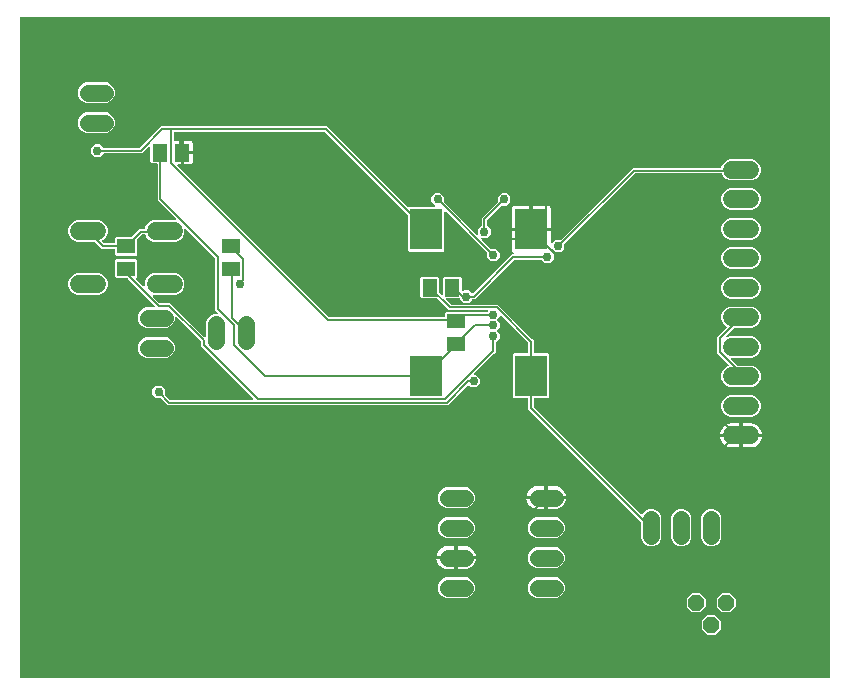
<source format=gbr>
G04 EAGLE Gerber RS-274X export*
G75*
%MOMM*%
%FSLAX34Y34*%
%LPD*%
%INBottom Copper*%
%IPPOS*%
%AMOC8*
5,1,8,0,0,1.08239X$1,22.5*%
G01*
%ADD10R,2.800000X3.500000*%
%ADD11R,1.500000X1.300000*%
%ADD12R,1.300000X1.500000*%
%ADD13C,1.422400*%
%ADD14P,1.429621X8X202.500000*%
%ADD15C,1.524000*%
%ADD16C,0.152400*%
%ADD17C,0.756400*%

G36*
X823998Y50042D02*
X823998Y50042D01*
X824017Y50040D01*
X824119Y50062D01*
X824221Y50079D01*
X824238Y50088D01*
X824258Y50092D01*
X824347Y50145D01*
X824438Y50194D01*
X824452Y50208D01*
X824469Y50218D01*
X824536Y50297D01*
X824608Y50372D01*
X824616Y50390D01*
X824629Y50405D01*
X824668Y50501D01*
X824711Y50595D01*
X824713Y50615D01*
X824721Y50633D01*
X824739Y50800D01*
X824739Y609600D01*
X824736Y609620D01*
X824738Y609639D01*
X824716Y609741D01*
X824700Y609843D01*
X824690Y609860D01*
X824686Y609880D01*
X824633Y609969D01*
X824584Y610060D01*
X824570Y610074D01*
X824560Y610091D01*
X824481Y610158D01*
X824406Y610230D01*
X824388Y610238D01*
X824373Y610251D01*
X824277Y610290D01*
X824183Y610333D01*
X824163Y610335D01*
X824145Y610343D01*
X823978Y610361D01*
X139700Y610361D01*
X139680Y610358D01*
X139661Y610360D01*
X139559Y610338D01*
X139457Y610322D01*
X139440Y610312D01*
X139420Y610308D01*
X139331Y610255D01*
X139240Y610206D01*
X139226Y610192D01*
X139209Y610182D01*
X139142Y610103D01*
X139071Y610028D01*
X139062Y610010D01*
X139049Y609995D01*
X139010Y609899D01*
X138967Y609805D01*
X138965Y609785D01*
X138957Y609767D01*
X138939Y609600D01*
X138939Y50800D01*
X138942Y50780D01*
X138940Y50761D01*
X138962Y50659D01*
X138979Y50557D01*
X138988Y50540D01*
X138992Y50520D01*
X139045Y50431D01*
X139094Y50340D01*
X139108Y50326D01*
X139118Y50309D01*
X139197Y50242D01*
X139272Y50171D01*
X139290Y50162D01*
X139305Y50149D01*
X139401Y50110D01*
X139495Y50067D01*
X139515Y50065D01*
X139533Y50057D01*
X139700Y50039D01*
X823978Y50039D01*
X823998Y50042D01*
G37*
%LPC*%
G36*
X671382Y162051D02*
X671382Y162051D01*
X668208Y163366D01*
X665778Y165796D01*
X664463Y168970D01*
X664463Y182379D01*
X664449Y182470D01*
X664441Y182560D01*
X664429Y182590D01*
X664424Y182622D01*
X664381Y182703D01*
X664345Y182787D01*
X664319Y182819D01*
X664308Y182840D01*
X664285Y182862D01*
X664240Y182918D01*
X569213Y277945D01*
X569213Y286514D01*
X569210Y286534D01*
X569212Y286553D01*
X569190Y286655D01*
X569174Y286757D01*
X569164Y286774D01*
X569160Y286794D01*
X569107Y286883D01*
X569058Y286974D01*
X569044Y286988D01*
X569034Y287005D01*
X568955Y287072D01*
X568880Y287144D01*
X568862Y287152D01*
X568847Y287165D01*
X568751Y287204D01*
X568657Y287247D01*
X568637Y287249D01*
X568619Y287257D01*
X568452Y287275D01*
X556868Y287275D01*
X555975Y288168D01*
X555975Y324432D01*
X556868Y325325D01*
X568452Y325325D01*
X568472Y325328D01*
X568491Y325326D01*
X568593Y325348D01*
X568695Y325364D01*
X568712Y325374D01*
X568732Y325378D01*
X568821Y325431D01*
X568912Y325480D01*
X568926Y325494D01*
X568943Y325504D01*
X569010Y325583D01*
X569082Y325658D01*
X569090Y325676D01*
X569103Y325691D01*
X569142Y325787D01*
X569185Y325881D01*
X569187Y325901D01*
X569195Y325919D01*
X569213Y326086D01*
X569213Y334018D01*
X569212Y334024D01*
X569212Y334027D01*
X569199Y334108D01*
X569191Y334199D01*
X569179Y334228D01*
X569174Y334260D01*
X569131Y334341D01*
X569095Y334425D01*
X569069Y334457D01*
X569058Y334478D01*
X569035Y334500D01*
X568990Y334556D01*
X546102Y357444D01*
X546044Y357486D01*
X545992Y357535D01*
X545945Y357557D01*
X545903Y357587D01*
X545834Y357608D01*
X545769Y357639D01*
X545717Y357644D01*
X545667Y357660D01*
X545596Y357658D01*
X545525Y357666D01*
X545474Y357655D01*
X545422Y357653D01*
X545354Y357629D01*
X545284Y357614D01*
X545240Y357587D01*
X545191Y357569D01*
X545135Y357524D01*
X545073Y357487D01*
X545039Y357448D01*
X544999Y357415D01*
X544960Y357355D01*
X544913Y357300D01*
X544894Y357252D01*
X544866Y357208D01*
X544848Y357139D01*
X544821Y357072D01*
X544813Y357001D01*
X544805Y356970D01*
X544807Y356946D01*
X544803Y356906D01*
X544803Y355942D01*
X542967Y354106D01*
X542956Y354090D01*
X542940Y354078D01*
X542884Y353990D01*
X542824Y353907D01*
X542818Y353888D01*
X542807Y353871D01*
X542782Y353770D01*
X542751Y353671D01*
X542752Y353652D01*
X542747Y353632D01*
X542755Y353529D01*
X542758Y353426D01*
X542764Y353407D01*
X542766Y353387D01*
X542806Y353292D01*
X542842Y353195D01*
X542855Y353179D01*
X542862Y353161D01*
X542967Y353030D01*
X544803Y351194D01*
X544803Y346798D01*
X542967Y344962D01*
X542956Y344946D01*
X542940Y344934D01*
X542884Y344846D01*
X542824Y344763D01*
X542818Y344744D01*
X542807Y344727D01*
X542782Y344626D01*
X542751Y344527D01*
X542752Y344508D01*
X542747Y344488D01*
X542755Y344385D01*
X542758Y344282D01*
X542764Y344263D01*
X542766Y344243D01*
X542806Y344148D01*
X542842Y344051D01*
X542855Y344035D01*
X542862Y344017D01*
X542967Y343886D01*
X544803Y342050D01*
X544803Y337654D01*
X542006Y334857D01*
X541953Y334783D01*
X541893Y334713D01*
X541881Y334683D01*
X541862Y334657D01*
X541835Y334570D01*
X541801Y334485D01*
X541797Y334444D01*
X541790Y334422D01*
X541791Y334390D01*
X541783Y334319D01*
X541783Y326713D01*
X540220Y325150D01*
X523428Y308358D01*
X523386Y308300D01*
X523337Y308248D01*
X523315Y308201D01*
X523285Y308159D01*
X523264Y308090D01*
X523233Y308025D01*
X523228Y307973D01*
X523212Y307923D01*
X523214Y307852D01*
X523206Y307781D01*
X523217Y307730D01*
X523219Y307678D01*
X523243Y307610D01*
X523258Y307540D01*
X523285Y307495D01*
X523303Y307447D01*
X523348Y307391D01*
X523385Y307329D01*
X523424Y307295D01*
X523457Y307255D01*
X523517Y307216D01*
X523572Y307169D01*
X523620Y307150D01*
X523664Y307122D01*
X523733Y307104D01*
X523800Y307077D01*
X523871Y307069D01*
X523902Y307061D01*
X523926Y307063D01*
X523966Y307059D01*
X524930Y307059D01*
X528039Y303950D01*
X528039Y299554D01*
X524930Y296445D01*
X520534Y296445D01*
X518849Y298130D01*
X518833Y298142D01*
X518820Y298158D01*
X518733Y298214D01*
X518649Y298274D01*
X518630Y298280D01*
X518613Y298291D01*
X518513Y298316D01*
X518414Y298346D01*
X518394Y298346D01*
X518375Y298351D01*
X518272Y298343D01*
X518168Y298340D01*
X518149Y298333D01*
X518130Y298331D01*
X518035Y298291D01*
X517937Y298255D01*
X517921Y298243D01*
X517903Y298235D01*
X517772Y298130D01*
X502382Y282740D01*
X500819Y281177D01*
X264229Y281177D01*
X258328Y287078D01*
X258254Y287131D01*
X258184Y287191D01*
X258154Y287203D01*
X258128Y287222D01*
X258041Y287249D01*
X257956Y287283D01*
X257915Y287287D01*
X257893Y287294D01*
X257861Y287293D01*
X257789Y287301D01*
X253834Y287301D01*
X250725Y290410D01*
X250725Y294806D01*
X253834Y297915D01*
X258230Y297915D01*
X261339Y294806D01*
X261339Y290851D01*
X261353Y290760D01*
X261361Y290670D01*
X261373Y290640D01*
X261378Y290608D01*
X261421Y290527D01*
X261457Y290443D01*
X261483Y290411D01*
X261494Y290390D01*
X261517Y290368D01*
X261562Y290312D01*
X265900Y285974D01*
X265974Y285921D01*
X266044Y285861D01*
X266074Y285849D01*
X266100Y285830D01*
X266187Y285803D01*
X266272Y285769D01*
X266313Y285765D01*
X266335Y285758D01*
X266367Y285759D01*
X266439Y285751D01*
X335542Y285751D01*
X335612Y285762D01*
X335684Y285764D01*
X335733Y285782D01*
X335784Y285790D01*
X335848Y285824D01*
X335915Y285849D01*
X335956Y285881D01*
X336002Y285906D01*
X336051Y285958D01*
X336107Y286002D01*
X336135Y286046D01*
X336171Y286084D01*
X336201Y286149D01*
X336240Y286209D01*
X336253Y286260D01*
X336275Y286307D01*
X336283Y286378D01*
X336300Y286448D01*
X336296Y286500D01*
X336302Y286551D01*
X336287Y286622D01*
X336281Y286693D01*
X336261Y286741D01*
X336250Y286792D01*
X336213Y286853D01*
X336185Y286919D01*
X336140Y286975D01*
X336123Y287003D01*
X336106Y287018D01*
X336080Y287050D01*
X291845Y331285D01*
X291845Y335541D01*
X291831Y335632D01*
X291823Y335722D01*
X291811Y335752D01*
X291806Y335784D01*
X291763Y335865D01*
X291727Y335949D01*
X291701Y335981D01*
X291690Y336002D01*
X291667Y336024D01*
X291622Y336080D01*
X271048Y356654D01*
X270990Y356696D01*
X270938Y356745D01*
X270891Y356767D01*
X270849Y356797D01*
X270780Y356818D01*
X270715Y356849D01*
X270663Y356854D01*
X270613Y356870D01*
X270542Y356868D01*
X270471Y356876D01*
X270420Y356865D01*
X270368Y356863D01*
X270300Y356839D01*
X270230Y356824D01*
X270185Y356797D01*
X270137Y356779D01*
X270081Y356734D01*
X270019Y356697D01*
X269985Y356658D01*
X269945Y356625D01*
X269906Y356565D01*
X269859Y356510D01*
X269840Y356462D01*
X269812Y356418D01*
X269794Y356349D01*
X269767Y356282D01*
X269759Y356211D01*
X269751Y356180D01*
X269753Y356156D01*
X269749Y356116D01*
X269749Y353882D01*
X268434Y350708D01*
X266004Y348278D01*
X262830Y346963D01*
X245170Y346963D01*
X241996Y348278D01*
X239566Y350708D01*
X238251Y353882D01*
X238251Y357318D01*
X239566Y360492D01*
X241996Y362922D01*
X245170Y364237D01*
X252484Y364237D01*
X252554Y364248D01*
X252626Y364250D01*
X252675Y364268D01*
X252726Y364276D01*
X252790Y364310D01*
X252857Y364335D01*
X252898Y364367D01*
X252944Y364392D01*
X252993Y364443D01*
X253049Y364488D01*
X253077Y364532D01*
X253113Y364570D01*
X253143Y364635D01*
X253182Y364695D01*
X253195Y364746D01*
X253217Y364793D01*
X253225Y364864D01*
X253242Y364934D01*
X253238Y364986D01*
X253244Y365037D01*
X253229Y365108D01*
X253223Y365179D01*
X253203Y365227D01*
X253192Y365278D01*
X253155Y365339D01*
X253127Y365405D01*
X253082Y365461D01*
X253065Y365489D01*
X253048Y365504D01*
X253022Y365536D01*
X229906Y388652D01*
X229832Y388705D01*
X229762Y388765D01*
X229732Y388777D01*
X229706Y388796D01*
X229619Y388823D01*
X229534Y388857D01*
X229493Y388861D01*
X229471Y388868D01*
X229439Y388867D01*
X229368Y388875D01*
X220468Y388875D01*
X219575Y389768D01*
X219575Y404032D01*
X220468Y404925D01*
X236732Y404925D01*
X237625Y404032D01*
X237625Y389768D01*
X236979Y389123D01*
X236968Y389107D01*
X236952Y389094D01*
X236896Y389007D01*
X236836Y388923D01*
X236830Y388904D01*
X236819Y388888D01*
X236794Y388787D01*
X236763Y388688D01*
X236764Y388668D01*
X236759Y388649D01*
X236767Y388546D01*
X236770Y388442D01*
X236777Y388424D01*
X236778Y388404D01*
X236819Y388309D01*
X236854Y388211D01*
X236867Y388196D01*
X236875Y388177D01*
X236979Y388047D01*
X243048Y381978D01*
X243106Y381936D01*
X243158Y381887D01*
X243205Y381865D01*
X243247Y381835D01*
X243316Y381814D01*
X243381Y381783D01*
X243433Y381778D01*
X243483Y381762D01*
X243554Y381764D01*
X243625Y381756D01*
X243676Y381767D01*
X243728Y381769D01*
X243796Y381793D01*
X243866Y381808D01*
X243910Y381835D01*
X243959Y381853D01*
X244015Y381898D01*
X244077Y381935D01*
X244111Y381974D01*
X244151Y382007D01*
X244190Y382067D01*
X244237Y382122D01*
X244256Y382170D01*
X244284Y382214D01*
X244302Y382283D01*
X244329Y382350D01*
X244337Y382421D01*
X244345Y382452D01*
X244343Y382476D01*
X244347Y382516D01*
X244347Y385613D01*
X245739Y388974D01*
X248312Y391547D01*
X251673Y392939D01*
X270551Y392939D01*
X273912Y391547D01*
X276485Y388974D01*
X277877Y385613D01*
X277877Y381975D01*
X276485Y378614D01*
X273912Y376041D01*
X270551Y374649D01*
X252214Y374649D01*
X252144Y374638D01*
X252072Y374636D01*
X252023Y374618D01*
X251972Y374610D01*
X251908Y374576D01*
X251841Y374551D01*
X251800Y374519D01*
X251754Y374494D01*
X251705Y374442D01*
X251649Y374398D01*
X251621Y374354D01*
X251585Y374316D01*
X251555Y374251D01*
X251516Y374191D01*
X251503Y374140D01*
X251481Y374093D01*
X251473Y374022D01*
X251456Y373952D01*
X251460Y373900D01*
X251454Y373849D01*
X251469Y373778D01*
X251475Y373707D01*
X251495Y373659D01*
X251506Y373608D01*
X251543Y373547D01*
X251571Y373481D01*
X251616Y373425D01*
X251633Y373397D01*
X251650Y373382D01*
X251676Y373350D01*
X256756Y368270D01*
X256830Y368217D01*
X256900Y368157D01*
X256930Y368145D01*
X256956Y368126D01*
X257043Y368099D01*
X257128Y368065D01*
X257169Y368061D01*
X257191Y368054D01*
X257223Y368055D01*
X257295Y368047D01*
X266123Y368047D01*
X294856Y339314D01*
X294863Y339307D01*
X294921Y339265D01*
X294974Y339215D01*
X295020Y339193D01*
X295062Y339163D01*
X295131Y339142D01*
X295197Y339111D01*
X295248Y339106D01*
X295297Y339090D01*
X295369Y339092D01*
X295441Y339084D01*
X295492Y339095D01*
X295543Y339096D01*
X295611Y339121D01*
X295682Y339136D01*
X295726Y339163D01*
X295774Y339180D01*
X295831Y339226D01*
X295893Y339263D01*
X295926Y339302D01*
X295966Y339334D01*
X296006Y339395D01*
X296053Y339450D01*
X296072Y339497D01*
X296100Y339540D01*
X296118Y339610D01*
X296145Y339678D01*
X296153Y339748D01*
X296160Y339779D01*
X296159Y339802D01*
X296163Y339844D01*
X296163Y351730D01*
X297478Y354904D01*
X299908Y357334D01*
X303082Y358649D01*
X305316Y358649D01*
X305386Y358660D01*
X305458Y358662D01*
X305507Y358680D01*
X305558Y358688D01*
X305622Y358722D01*
X305689Y358747D01*
X305730Y358779D01*
X305776Y358804D01*
X305825Y358856D01*
X305881Y358900D01*
X305909Y358944D01*
X305945Y358982D01*
X305975Y359047D01*
X306014Y359107D01*
X306027Y359158D01*
X306049Y359205D01*
X306057Y359276D01*
X306074Y359346D01*
X306070Y359398D01*
X306076Y359449D01*
X306061Y359520D01*
X306055Y359591D01*
X306035Y359639D01*
X306024Y359690D01*
X305987Y359751D01*
X305959Y359817D01*
X305914Y359873D01*
X305897Y359901D01*
X305880Y359916D01*
X305854Y359948D01*
X304037Y361765D01*
X304037Y405645D01*
X304023Y405736D01*
X304015Y405826D01*
X304003Y405856D01*
X303998Y405888D01*
X303955Y405969D01*
X303919Y406053D01*
X303893Y406085D01*
X303882Y406106D01*
X303859Y406128D01*
X303814Y406184D01*
X279176Y430822D01*
X279118Y430864D01*
X279066Y430913D01*
X279019Y430935D01*
X278977Y430965D01*
X278908Y430986D01*
X278843Y431017D01*
X278791Y431022D01*
X278741Y431038D01*
X278670Y431036D01*
X278599Y431044D01*
X278548Y431033D01*
X278496Y431031D01*
X278428Y431007D01*
X278358Y430992D01*
X278313Y430965D01*
X278265Y430947D01*
X278209Y430902D01*
X278147Y430865D01*
X278113Y430826D01*
X278073Y430793D01*
X278034Y430733D01*
X277987Y430678D01*
X277968Y430630D01*
X277940Y430586D01*
X277922Y430517D01*
X277895Y430450D01*
X277887Y430379D01*
X277879Y430348D01*
X277881Y430324D01*
X277877Y430284D01*
X277877Y427187D01*
X276485Y423826D01*
X273912Y421253D01*
X270551Y419861D01*
X251673Y419861D01*
X248312Y421253D01*
X245739Y423826D01*
X245051Y425487D01*
X244990Y425587D01*
X244930Y425687D01*
X244925Y425691D01*
X244922Y425696D01*
X244832Y425771D01*
X244743Y425847D01*
X244737Y425849D01*
X244732Y425853D01*
X244624Y425895D01*
X244515Y425939D01*
X244507Y425940D01*
X244503Y425941D01*
X244484Y425942D01*
X244348Y425957D01*
X242055Y425957D01*
X241964Y425943D01*
X241874Y425935D01*
X241844Y425923D01*
X241812Y425918D01*
X241731Y425875D01*
X241647Y425839D01*
X241615Y425813D01*
X241594Y425802D01*
X241572Y425779D01*
X241516Y425734D01*
X237848Y422066D01*
X237806Y422007D01*
X237758Y421957D01*
X237750Y421939D01*
X237735Y421922D01*
X237723Y421892D01*
X237704Y421866D01*
X237682Y421793D01*
X237654Y421734D01*
X237652Y421717D01*
X237643Y421694D01*
X237639Y421653D01*
X237632Y421631D01*
X237633Y421599D01*
X237625Y421528D01*
X237625Y408768D01*
X236732Y407875D01*
X220468Y407875D01*
X219575Y408768D01*
X219575Y413004D01*
X219572Y413024D01*
X219574Y413043D01*
X219552Y413145D01*
X219536Y413247D01*
X219526Y413264D01*
X219522Y413284D01*
X219469Y413373D01*
X219420Y413464D01*
X219406Y413478D01*
X219396Y413495D01*
X219317Y413562D01*
X219242Y413634D01*
X219224Y413642D01*
X219209Y413655D01*
X219113Y413694D01*
X219019Y413737D01*
X218999Y413739D01*
X218981Y413747D01*
X218814Y413765D01*
X207841Y413765D01*
X201968Y419638D01*
X201894Y419691D01*
X201824Y419751D01*
X201794Y419763D01*
X201768Y419782D01*
X201681Y419809D01*
X201596Y419843D01*
X201555Y419847D01*
X201533Y419854D01*
X201501Y419853D01*
X201430Y419861D01*
X186649Y419861D01*
X183288Y421253D01*
X180715Y423826D01*
X179323Y427187D01*
X179323Y430825D01*
X180715Y434186D01*
X183288Y436759D01*
X186649Y438151D01*
X205527Y438151D01*
X208888Y436759D01*
X211461Y434186D01*
X212853Y430825D01*
X212853Y427187D01*
X211461Y423826D01*
X208888Y421253D01*
X208479Y421084D01*
X208440Y421060D01*
X208396Y421044D01*
X208336Y420995D01*
X208270Y420954D01*
X208240Y420919D01*
X208204Y420890D01*
X208162Y420825D01*
X208113Y420765D01*
X208096Y420722D01*
X208071Y420683D01*
X208052Y420608D01*
X208025Y420535D01*
X208023Y420489D01*
X208011Y420445D01*
X208017Y420367D01*
X208014Y420289D01*
X208027Y420245D01*
X208031Y420200D01*
X208061Y420128D01*
X208083Y420053D01*
X208109Y420015D01*
X208127Y419973D01*
X208212Y419867D01*
X208223Y419851D01*
X208227Y419848D01*
X208232Y419842D01*
X209512Y418562D01*
X209586Y418509D01*
X209656Y418449D01*
X209686Y418437D01*
X209712Y418418D01*
X209799Y418391D01*
X209884Y418357D01*
X209925Y418353D01*
X209947Y418346D01*
X209979Y418347D01*
X210051Y418339D01*
X218814Y418339D01*
X218834Y418342D01*
X218853Y418340D01*
X218955Y418362D01*
X219057Y418378D01*
X219074Y418388D01*
X219094Y418392D01*
X219183Y418445D01*
X219274Y418494D01*
X219288Y418508D01*
X219305Y418518D01*
X219372Y418597D01*
X219444Y418672D01*
X219452Y418690D01*
X219465Y418705D01*
X219504Y418801D01*
X219547Y418895D01*
X219549Y418915D01*
X219557Y418933D01*
X219575Y419100D01*
X219575Y423032D01*
X220468Y423925D01*
X232924Y423925D01*
X233014Y423939D01*
X233105Y423947D01*
X233134Y423959D01*
X233166Y423964D01*
X233247Y424007D01*
X233331Y424043D01*
X233363Y424069D01*
X233384Y424080D01*
X233406Y424103D01*
X233462Y424148D01*
X239845Y430531D01*
X243717Y430531D01*
X243832Y430550D01*
X243948Y430567D01*
X243953Y430569D01*
X243959Y430570D01*
X244062Y430625D01*
X244167Y430678D01*
X244171Y430683D01*
X244177Y430686D01*
X244257Y430770D01*
X244339Y430854D01*
X244343Y430860D01*
X244346Y430864D01*
X244354Y430881D01*
X244420Y431001D01*
X245739Y434186D01*
X248312Y436759D01*
X251673Y438151D01*
X270010Y438151D01*
X270080Y438162D01*
X270152Y438164D01*
X270201Y438182D01*
X270252Y438190D01*
X270316Y438224D01*
X270383Y438249D01*
X270424Y438281D01*
X270470Y438306D01*
X270519Y438357D01*
X270575Y438402D01*
X270603Y438446D01*
X270639Y438484D01*
X270669Y438549D01*
X270708Y438609D01*
X270721Y438660D01*
X270743Y438707D01*
X270751Y438778D01*
X270768Y438848D01*
X270764Y438900D01*
X270770Y438951D01*
X270755Y439022D01*
X270749Y439093D01*
X270729Y439141D01*
X270718Y439192D01*
X270681Y439253D01*
X270653Y439319D01*
X270608Y439375D01*
X270591Y439403D01*
X270574Y439418D01*
X270548Y439450D01*
X255269Y454729D01*
X255269Y485514D01*
X255266Y485534D01*
X255268Y485553D01*
X255246Y485655D01*
X255230Y485757D01*
X255220Y485774D01*
X255216Y485794D01*
X255163Y485883D01*
X255114Y485974D01*
X255100Y485988D01*
X255090Y486005D01*
X255011Y486072D01*
X254936Y486144D01*
X254918Y486152D01*
X254903Y486165D01*
X254807Y486204D01*
X254713Y486247D01*
X254693Y486249D01*
X254675Y486257D01*
X254508Y486275D01*
X250068Y486275D01*
X249175Y487168D01*
X249175Y500136D01*
X249164Y500206D01*
X249162Y500278D01*
X249144Y500327D01*
X249136Y500378D01*
X249102Y500442D01*
X249077Y500509D01*
X249045Y500550D01*
X249020Y500596D01*
X248968Y500645D01*
X248924Y500701D01*
X248880Y500729D01*
X248842Y500765D01*
X248777Y500795D01*
X248717Y500834D01*
X248666Y500847D01*
X248619Y500869D01*
X248548Y500877D01*
X248478Y500894D01*
X248426Y500890D01*
X248375Y500896D01*
X248304Y500881D01*
X248233Y500875D01*
X248185Y500855D01*
X248134Y500844D01*
X248073Y500807D01*
X248007Y500779D01*
X247951Y500734D01*
X247923Y500717D01*
X247908Y500700D01*
X247876Y500674D01*
X241739Y494537D01*
X209749Y494537D01*
X209659Y494523D01*
X209568Y494515D01*
X209539Y494503D01*
X209507Y494498D01*
X209426Y494455D01*
X209342Y494419D01*
X209310Y494393D01*
X209289Y494382D01*
X209267Y494359D01*
X209211Y494314D01*
X206414Y491517D01*
X202018Y491517D01*
X198909Y494626D01*
X198909Y499022D01*
X202018Y502131D01*
X206414Y502131D01*
X209211Y499334D01*
X209285Y499281D01*
X209355Y499221D01*
X209385Y499209D01*
X209411Y499190D01*
X209498Y499163D01*
X209583Y499129D01*
X209624Y499125D01*
X209646Y499118D01*
X209678Y499119D01*
X209749Y499111D01*
X239529Y499111D01*
X239620Y499125D01*
X239710Y499133D01*
X239740Y499145D01*
X239772Y499150D01*
X239853Y499193D01*
X239937Y499229D01*
X239969Y499255D01*
X239990Y499266D01*
X240012Y499289D01*
X240068Y499334D01*
X258133Y517399D01*
X398711Y517399D01*
X466839Y449271D01*
X466855Y449260D01*
X466867Y449244D01*
X466955Y449188D01*
X467038Y449128D01*
X467057Y449122D01*
X467074Y449111D01*
X467174Y449086D01*
X467273Y449055D01*
X467293Y449056D01*
X467313Y449051D01*
X467416Y449059D01*
X467519Y449062D01*
X467538Y449069D01*
X467558Y449070D01*
X467653Y449111D01*
X467750Y449146D01*
X467766Y449159D01*
X467784Y449167D01*
X467915Y449271D01*
X467968Y449325D01*
X489261Y449325D01*
X489331Y449336D01*
X489403Y449338D01*
X489452Y449356D01*
X489503Y449364D01*
X489567Y449398D01*
X489634Y449423D01*
X489675Y449455D01*
X489721Y449480D01*
X489770Y449532D01*
X489826Y449576D01*
X489854Y449620D01*
X489890Y449658D01*
X489920Y449723D01*
X489959Y449783D01*
X489972Y449834D01*
X489994Y449881D01*
X490002Y449952D01*
X490019Y450022D01*
X490015Y450074D01*
X490021Y450125D01*
X490006Y450196D01*
X490000Y450267D01*
X489980Y450315D01*
X489969Y450366D01*
X489932Y450427D01*
X489904Y450493D01*
X489859Y450549D01*
X489842Y450577D01*
X489825Y450592D01*
X489799Y450624D01*
X486945Y453478D01*
X486945Y457874D01*
X490054Y460983D01*
X494450Y460983D01*
X497559Y457874D01*
X497559Y453919D01*
X497573Y453828D01*
X497581Y453738D01*
X497593Y453708D01*
X497598Y453676D01*
X497641Y453595D01*
X497677Y453511D01*
X497703Y453479D01*
X497714Y453458D01*
X497737Y453436D01*
X497782Y453380D01*
X525270Y425892D01*
X525328Y425850D01*
X525380Y425801D01*
X525427Y425779D01*
X525469Y425749D01*
X525538Y425728D01*
X525603Y425697D01*
X525655Y425692D01*
X525705Y425676D01*
X525776Y425678D01*
X525847Y425670D01*
X525898Y425681D01*
X525950Y425683D01*
X526018Y425707D01*
X526088Y425722D01*
X526133Y425749D01*
X526181Y425767D01*
X526237Y425812D01*
X526299Y425849D01*
X526333Y425888D01*
X526373Y425921D01*
X526412Y425981D01*
X526459Y426036D01*
X526478Y426084D01*
X526506Y426128D01*
X526524Y426197D01*
X526551Y426264D01*
X526559Y426335D01*
X526567Y426366D01*
X526565Y426390D01*
X526569Y426430D01*
X526569Y430442D01*
X529366Y433239D01*
X529419Y433313D01*
X529479Y433383D01*
X529491Y433413D01*
X529510Y433439D01*
X529537Y433526D01*
X529571Y433611D01*
X529575Y433652D01*
X529582Y433674D01*
X529581Y433706D01*
X529589Y433777D01*
X529589Y439859D01*
X543110Y453380D01*
X543163Y453454D01*
X543223Y453524D01*
X543235Y453554D01*
X543254Y453580D01*
X543281Y453667D01*
X543315Y453752D01*
X543319Y453793D01*
X543326Y453815D01*
X543325Y453847D01*
X543333Y453918D01*
X543333Y457874D01*
X546442Y460983D01*
X550838Y460983D01*
X553947Y457874D01*
X553947Y453478D01*
X550838Y450369D01*
X546882Y450369D01*
X546792Y450355D01*
X546701Y450347D01*
X546672Y450335D01*
X546640Y450330D01*
X546559Y450287D01*
X546475Y450251D01*
X546443Y450225D01*
X546422Y450214D01*
X546400Y450191D01*
X546344Y450146D01*
X534386Y438188D01*
X534333Y438114D01*
X534273Y438044D01*
X534261Y438014D01*
X534242Y437988D01*
X534215Y437901D01*
X534181Y437816D01*
X534177Y437775D01*
X534170Y437753D01*
X534171Y437721D01*
X534163Y437649D01*
X534163Y433777D01*
X534177Y433687D01*
X534185Y433596D01*
X534197Y433567D01*
X534202Y433535D01*
X534245Y433454D01*
X534281Y433370D01*
X534307Y433338D01*
X534318Y433317D01*
X534341Y433295D01*
X534386Y433239D01*
X537183Y430442D01*
X537183Y426046D01*
X534074Y422937D01*
X530062Y422937D01*
X529992Y422926D01*
X529920Y422924D01*
X529871Y422906D01*
X529820Y422898D01*
X529756Y422864D01*
X529689Y422839D01*
X529648Y422807D01*
X529602Y422782D01*
X529553Y422730D01*
X529497Y422686D01*
X529469Y422642D01*
X529433Y422604D01*
X529403Y422539D01*
X529364Y422479D01*
X529351Y422428D01*
X529329Y422381D01*
X529321Y422310D01*
X529304Y422240D01*
X529308Y422188D01*
X529302Y422137D01*
X529317Y422066D01*
X529323Y421995D01*
X529343Y421947D01*
X529354Y421896D01*
X529391Y421835D01*
X529419Y421769D01*
X529464Y421713D01*
X529481Y421685D01*
X529498Y421670D01*
X529524Y421638D01*
X537200Y413962D01*
X537274Y413909D01*
X537344Y413849D01*
X537374Y413837D01*
X537400Y413818D01*
X537487Y413791D01*
X537572Y413757D01*
X537613Y413753D01*
X537635Y413746D01*
X537667Y413747D01*
X537739Y413739D01*
X541694Y413739D01*
X544803Y410630D01*
X544803Y406234D01*
X541694Y403125D01*
X537298Y403125D01*
X534189Y406234D01*
X534189Y410189D01*
X534175Y410280D01*
X534167Y410370D01*
X534155Y410400D01*
X534150Y410432D01*
X534107Y410513D01*
X534071Y410597D01*
X534045Y410629D01*
X534034Y410650D01*
X534011Y410672D01*
X533966Y410728D01*
X499424Y445270D01*
X499366Y445312D01*
X499314Y445361D01*
X499267Y445383D01*
X499225Y445413D01*
X499156Y445434D01*
X499091Y445465D01*
X499039Y445470D01*
X498989Y445486D01*
X498918Y445484D01*
X498847Y445492D01*
X498796Y445481D01*
X498744Y445479D01*
X498676Y445455D01*
X498606Y445440D01*
X498561Y445413D01*
X498513Y445395D01*
X498457Y445350D01*
X498395Y445313D01*
X498361Y445274D01*
X498321Y445241D01*
X498282Y445181D01*
X498235Y445126D01*
X498216Y445078D01*
X498188Y445034D01*
X498170Y444965D01*
X498143Y444898D01*
X498135Y444827D01*
X498127Y444796D01*
X498129Y444772D01*
X498125Y444732D01*
X498125Y412168D01*
X497232Y411275D01*
X467968Y411275D01*
X467075Y412168D01*
X467075Y442251D01*
X467061Y442342D01*
X467053Y442432D01*
X467041Y442462D01*
X467036Y442494D01*
X466993Y442575D01*
X466957Y442659D01*
X466931Y442691D01*
X466920Y442712D01*
X466897Y442734D01*
X466852Y442790D01*
X397040Y512602D01*
X396966Y512655D01*
X396896Y512715D01*
X396866Y512727D01*
X396840Y512746D01*
X396753Y512773D01*
X396668Y512807D01*
X396627Y512811D01*
X396605Y512818D01*
X396573Y512817D01*
X396501Y512825D01*
X269748Y512825D01*
X269728Y512822D01*
X269709Y512824D01*
X269607Y512802D01*
X269505Y512786D01*
X269488Y512776D01*
X269468Y512772D01*
X269379Y512719D01*
X269288Y512670D01*
X269274Y512656D01*
X269257Y512646D01*
X269190Y512567D01*
X269118Y512492D01*
X269110Y512474D01*
X269097Y512459D01*
X269058Y512363D01*
X269015Y512269D01*
X269013Y512249D01*
X269005Y512231D01*
X268987Y512064D01*
X268987Y506102D01*
X268990Y506082D01*
X268988Y506063D01*
X269010Y505961D01*
X269026Y505859D01*
X269036Y505842D01*
X269040Y505822D01*
X269093Y505733D01*
X269142Y505642D01*
X269156Y505628D01*
X269166Y505611D01*
X269245Y505544D01*
X269320Y505472D01*
X269338Y505464D01*
X269353Y505451D01*
X269449Y505412D01*
X269543Y505369D01*
X269563Y505367D01*
X269581Y505359D01*
X269748Y505341D01*
X274677Y505341D01*
X274677Y496062D01*
X274680Y496042D01*
X274678Y496023D01*
X274700Y495921D01*
X274717Y495819D01*
X274726Y495802D01*
X274730Y495782D01*
X274783Y495693D01*
X274832Y495602D01*
X274846Y495588D01*
X274856Y495571D01*
X274935Y495504D01*
X275010Y495433D01*
X275028Y495424D01*
X275043Y495411D01*
X275139Y495372D01*
X275233Y495329D01*
X275253Y495327D01*
X275271Y495319D01*
X275438Y495301D01*
X276201Y495301D01*
X276201Y495299D01*
X275438Y495299D01*
X275418Y495296D01*
X275399Y495298D01*
X275297Y495276D01*
X275195Y495259D01*
X275178Y495250D01*
X275158Y495246D01*
X275069Y495193D01*
X274978Y495144D01*
X274964Y495130D01*
X274947Y495120D01*
X274880Y495041D01*
X274809Y494966D01*
X274800Y494948D01*
X274787Y494933D01*
X274748Y494837D01*
X274705Y494743D01*
X274703Y494723D01*
X274695Y494705D01*
X274677Y494538D01*
X274677Y485259D01*
X272668Y485259D01*
X272598Y485248D01*
X272526Y485246D01*
X272477Y485228D01*
X272426Y485220D01*
X272362Y485186D01*
X272295Y485161D01*
X272254Y485129D01*
X272208Y485104D01*
X272159Y485052D01*
X272103Y485008D01*
X272075Y484964D01*
X272039Y484926D01*
X272009Y484861D01*
X271970Y484801D01*
X271957Y484750D01*
X271935Y484703D01*
X271927Y484632D01*
X271910Y484562D01*
X271914Y484510D01*
X271908Y484459D01*
X271923Y484388D01*
X271929Y484317D01*
X271949Y484269D01*
X271960Y484218D01*
X271997Y484157D01*
X272025Y484091D01*
X272070Y484035D01*
X272087Y484007D01*
X272104Y483992D01*
X272130Y483960D01*
X400012Y356078D01*
X400086Y356025D01*
X400156Y355965D01*
X400186Y355953D01*
X400212Y355934D01*
X400299Y355907D01*
X400384Y355873D01*
X400425Y355869D01*
X400447Y355862D01*
X400479Y355863D01*
X400551Y355855D01*
X498214Y355855D01*
X498234Y355858D01*
X498253Y355856D01*
X498355Y355878D01*
X498457Y355894D01*
X498474Y355904D01*
X498494Y355908D01*
X498583Y355961D01*
X498674Y356010D01*
X498688Y356024D01*
X498705Y356034D01*
X498772Y356113D01*
X498844Y356188D01*
X498852Y356206D01*
X498865Y356221D01*
X498904Y356317D01*
X498947Y356411D01*
X498949Y356431D01*
X498957Y356449D01*
X498975Y356616D01*
X498975Y359532D01*
X499868Y360425D01*
X512323Y360425D01*
X512336Y360427D01*
X533963Y360427D01*
X534053Y360441D01*
X534144Y360449D01*
X534173Y360461D01*
X534205Y360466D01*
X534286Y360509D01*
X534370Y360545D01*
X534402Y360571D01*
X534423Y360582D01*
X534445Y360605D01*
X534501Y360650D01*
X534543Y360708D01*
X534592Y360760D01*
X534614Y360807D01*
X534644Y360849D01*
X534665Y360918D01*
X534696Y360983D01*
X534701Y361035D01*
X534717Y361085D01*
X534715Y361156D01*
X534723Y361227D01*
X534712Y361278D01*
X534710Y361330D01*
X534686Y361398D01*
X534671Y361468D01*
X534644Y361512D01*
X534626Y361561D01*
X534581Y361617D01*
X534544Y361679D01*
X534505Y361713D01*
X534472Y361753D01*
X534412Y361792D01*
X534357Y361839D01*
X534309Y361858D01*
X534265Y361886D01*
X534196Y361904D01*
X534129Y361931D01*
X534058Y361939D01*
X534027Y361947D01*
X534004Y361945D01*
X533963Y361949D01*
X501973Y361949D01*
X492170Y371752D01*
X492096Y371805D01*
X492026Y371865D01*
X491996Y371877D01*
X491970Y371896D01*
X491883Y371923D01*
X491798Y371957D01*
X491757Y371961D01*
X491735Y371968D01*
X491703Y371967D01*
X491631Y371975D01*
X478668Y371975D01*
X477775Y372868D01*
X477775Y389132D01*
X478668Y390025D01*
X492932Y390025D01*
X493825Y389132D01*
X493825Y376881D01*
X493839Y376790D01*
X493847Y376700D01*
X493859Y376670D01*
X493864Y376638D01*
X493907Y376557D01*
X493943Y376473D01*
X493969Y376441D01*
X493980Y376420D01*
X494003Y376398D01*
X494048Y376342D01*
X495476Y374914D01*
X495534Y374872D01*
X495586Y374823D01*
X495633Y374801D01*
X495675Y374771D01*
X495744Y374750D01*
X495809Y374719D01*
X495861Y374714D01*
X495911Y374698D01*
X495982Y374700D01*
X496053Y374692D01*
X496104Y374703D01*
X496156Y374705D01*
X496224Y374729D01*
X496294Y374744D01*
X496339Y374771D01*
X496387Y374789D01*
X496443Y374834D01*
X496505Y374871D01*
X496539Y374910D01*
X496579Y374943D01*
X496618Y375003D01*
X496665Y375058D01*
X496684Y375106D01*
X496712Y375150D01*
X496730Y375219D01*
X496757Y375286D01*
X496765Y375357D01*
X496773Y375388D01*
X496771Y375412D01*
X496775Y375452D01*
X496775Y389132D01*
X497668Y390025D01*
X511932Y390025D01*
X512825Y389132D01*
X512825Y378911D01*
X512836Y378841D01*
X512838Y378769D01*
X512856Y378720D01*
X512864Y378669D01*
X512898Y378605D01*
X512923Y378538D01*
X512955Y378497D01*
X512980Y378451D01*
X513032Y378402D01*
X513076Y378346D01*
X513120Y378318D01*
X513158Y378282D01*
X513223Y378252D01*
X513283Y378213D01*
X513334Y378200D01*
X513381Y378178D01*
X513452Y378170D01*
X513522Y378153D01*
X513574Y378157D01*
X513625Y378151D01*
X513696Y378166D01*
X513767Y378172D01*
X513815Y378192D01*
X513866Y378203D01*
X513927Y378240D01*
X513993Y378268D01*
X514049Y378313D01*
X514077Y378330D01*
X514092Y378347D01*
X514124Y378373D01*
X514438Y378687D01*
X518834Y378687D01*
X521281Y376240D01*
X521297Y376228D01*
X521310Y376212D01*
X521397Y376156D01*
X521481Y376096D01*
X521500Y376090D01*
X521517Y376079D01*
X521617Y376054D01*
X521716Y376024D01*
X521736Y376024D01*
X521755Y376019D01*
X521858Y376027D01*
X521962Y376030D01*
X521981Y376037D01*
X522000Y376039D01*
X522095Y376079D01*
X522193Y376115D01*
X522209Y376127D01*
X522227Y376135D01*
X522358Y376240D01*
X555313Y409195D01*
X555822Y409195D01*
X555869Y409202D01*
X555917Y409201D01*
X555990Y409222D01*
X556065Y409234D01*
X556107Y409257D01*
X556153Y409271D01*
X556215Y409314D01*
X556282Y409350D01*
X556315Y409384D01*
X556355Y409412D01*
X556399Y409473D01*
X556452Y409528D01*
X556472Y409572D01*
X556500Y409610D01*
X556523Y409682D01*
X556555Y409751D01*
X556560Y409799D01*
X556575Y409844D01*
X556574Y409920D01*
X556582Y409995D01*
X556572Y410042D01*
X556571Y410090D01*
X556546Y410162D01*
X556530Y410236D01*
X556505Y410277D01*
X556489Y410322D01*
X556443Y410382D01*
X556404Y410447D01*
X556367Y410478D01*
X556338Y410516D01*
X556234Y410592D01*
X556217Y410607D01*
X556211Y410609D01*
X556203Y410615D01*
X555940Y410767D01*
X555467Y411240D01*
X555132Y411819D01*
X554959Y412466D01*
X554959Y428777D01*
X570738Y428777D01*
X570758Y428780D01*
X570777Y428778D01*
X570879Y428800D01*
X570981Y428817D01*
X570998Y428826D01*
X571018Y428830D01*
X571107Y428883D01*
X571198Y428932D01*
X571212Y428946D01*
X571229Y428956D01*
X571296Y429035D01*
X571367Y429110D01*
X571376Y429128D01*
X571389Y429143D01*
X571428Y429239D01*
X571471Y429333D01*
X571473Y429353D01*
X571481Y429371D01*
X571499Y429538D01*
X571499Y430301D01*
X571501Y430301D01*
X571501Y429538D01*
X571504Y429518D01*
X571502Y429499D01*
X571524Y429397D01*
X571541Y429295D01*
X571550Y429278D01*
X571554Y429258D01*
X571607Y429169D01*
X571656Y429078D01*
X571670Y429064D01*
X571680Y429047D01*
X571759Y428980D01*
X571834Y428909D01*
X571852Y428900D01*
X571867Y428887D01*
X571963Y428848D01*
X572057Y428805D01*
X572077Y428803D01*
X572095Y428795D01*
X572262Y428777D01*
X588041Y428777D01*
X588041Y419075D01*
X588052Y419005D01*
X588054Y418933D01*
X588072Y418884D01*
X588080Y418833D01*
X588114Y418769D01*
X588139Y418702D01*
X588171Y418661D01*
X588196Y418615D01*
X588248Y418566D01*
X588292Y418510D01*
X588336Y418482D01*
X588374Y418446D01*
X588439Y418416D01*
X588499Y418377D01*
X588550Y418364D01*
X588597Y418342D01*
X588668Y418334D01*
X588738Y418317D01*
X588790Y418321D01*
X588841Y418315D01*
X588912Y418330D01*
X588983Y418336D01*
X589031Y418356D01*
X589082Y418367D01*
X589143Y418404D01*
X589209Y418432D01*
X589265Y418477D01*
X589293Y418494D01*
X589308Y418511D01*
X589340Y418537D01*
X592162Y421359D01*
X596117Y421359D01*
X596208Y421373D01*
X596298Y421381D01*
X596328Y421393D01*
X596360Y421398D01*
X596441Y421441D01*
X596525Y421477D01*
X596557Y421503D01*
X596578Y421514D01*
X596600Y421537D01*
X596656Y421582D01*
X657421Y482347D01*
X731914Y482347D01*
X732029Y482366D01*
X732145Y482383D01*
X732150Y482385D01*
X732157Y482386D01*
X732259Y482441D01*
X732364Y482494D01*
X732368Y482499D01*
X732374Y482502D01*
X732454Y482586D01*
X732536Y482670D01*
X732540Y482676D01*
X732543Y482680D01*
X732551Y482697D01*
X732617Y482817D01*
X733927Y485980D01*
X736500Y488553D01*
X739861Y489945D01*
X758739Y489945D01*
X762100Y488553D01*
X764673Y485980D01*
X766065Y482619D01*
X766065Y478981D01*
X764673Y475620D01*
X762100Y473047D01*
X758739Y471655D01*
X739861Y471655D01*
X736500Y473047D01*
X733927Y475620D01*
X733230Y477303D01*
X733168Y477403D01*
X733109Y477503D01*
X733104Y477507D01*
X733101Y477512D01*
X733010Y477587D01*
X732922Y477663D01*
X732916Y477665D01*
X732911Y477669D01*
X732803Y477711D01*
X732694Y477755D01*
X732686Y477756D01*
X732681Y477757D01*
X732663Y477758D01*
X732527Y477773D01*
X659631Y477773D01*
X659540Y477759D01*
X659450Y477751D01*
X659420Y477739D01*
X659388Y477734D01*
X659307Y477691D01*
X659223Y477655D01*
X659191Y477629D01*
X659170Y477618D01*
X659148Y477595D01*
X659092Y477550D01*
X599890Y418348D01*
X599837Y418274D01*
X599777Y418204D01*
X599765Y418174D01*
X599746Y418148D01*
X599719Y418061D01*
X599685Y417976D01*
X599681Y417935D01*
X599674Y417913D01*
X599675Y417881D01*
X599667Y417809D01*
X599667Y413854D01*
X596558Y410745D01*
X592162Y410745D01*
X589340Y413567D01*
X589282Y413609D01*
X589230Y413658D01*
X589183Y413680D01*
X589141Y413710D01*
X589072Y413732D01*
X589007Y413762D01*
X588955Y413767D01*
X588905Y413783D01*
X588834Y413781D01*
X588763Y413789D01*
X588712Y413778D01*
X588660Y413776D01*
X588592Y413752D01*
X588522Y413737D01*
X588477Y413710D01*
X588429Y413692D01*
X588373Y413647D01*
X588311Y413610D01*
X588277Y413571D01*
X588237Y413538D01*
X588198Y413478D01*
X588151Y413423D01*
X588132Y413375D01*
X588104Y413331D01*
X588086Y413262D01*
X588059Y413195D01*
X588051Y413124D01*
X588043Y413093D01*
X588045Y413070D01*
X588041Y413029D01*
X588041Y412465D01*
X587969Y412198D01*
X587962Y412131D01*
X587946Y412065D01*
X587950Y412009D01*
X587945Y411953D01*
X587960Y411887D01*
X587965Y411820D01*
X587987Y411768D01*
X587999Y411714D01*
X588035Y411656D01*
X588061Y411594D01*
X588111Y411532D01*
X588128Y411504D01*
X588144Y411491D01*
X588166Y411463D01*
X590523Y409106D01*
X590523Y404710D01*
X587414Y401601D01*
X583018Y401601D01*
X580221Y404398D01*
X580147Y404451D01*
X580077Y404511D01*
X580047Y404523D01*
X580021Y404542D01*
X579934Y404569D01*
X579849Y404603D01*
X579808Y404607D01*
X579786Y404614D01*
X579754Y404613D01*
X579683Y404621D01*
X557523Y404621D01*
X557432Y404607D01*
X557342Y404599D01*
X557312Y404587D01*
X557280Y404582D01*
X557199Y404539D01*
X557115Y404503D01*
X557083Y404477D01*
X557062Y404466D01*
X557040Y404443D01*
X556984Y404398D01*
X523679Y371093D01*
X522169Y371093D01*
X522079Y371079D01*
X521988Y371071D01*
X521959Y371059D01*
X521927Y371054D01*
X521846Y371011D01*
X521762Y370975D01*
X521730Y370949D01*
X521709Y370938D01*
X521687Y370915D01*
X521631Y370870D01*
X518834Y368073D01*
X514438Y368073D01*
X511329Y371182D01*
X511329Y371214D01*
X511326Y371234D01*
X511328Y371253D01*
X511306Y371355D01*
X511290Y371457D01*
X511280Y371474D01*
X511276Y371494D01*
X511223Y371583D01*
X511174Y371674D01*
X511160Y371688D01*
X511150Y371705D01*
X511071Y371772D01*
X510996Y371844D01*
X510978Y371852D01*
X510963Y371865D01*
X510867Y371904D01*
X510773Y371947D01*
X510753Y371949D01*
X510735Y371957D01*
X510568Y371975D01*
X500252Y371975D01*
X500182Y371964D01*
X500110Y371962D01*
X500061Y371944D01*
X500010Y371936D01*
X499946Y371902D01*
X499879Y371877D01*
X499838Y371845D01*
X499792Y371820D01*
X499743Y371768D01*
X499687Y371724D01*
X499659Y371680D01*
X499623Y371642D01*
X499593Y371577D01*
X499554Y371517D01*
X499541Y371466D01*
X499519Y371419D01*
X499511Y371348D01*
X499494Y371278D01*
X499498Y371226D01*
X499492Y371175D01*
X499507Y371104D01*
X499513Y371033D01*
X499533Y370985D01*
X499544Y370934D01*
X499581Y370873D01*
X499609Y370807D01*
X499654Y370751D01*
X499671Y370723D01*
X499688Y370708D01*
X499714Y370676D01*
X503644Y366746D01*
X503718Y366693D01*
X503788Y366633D01*
X503818Y366621D01*
X503844Y366602D01*
X503931Y366575D01*
X504016Y366541D01*
X504057Y366537D01*
X504079Y366530D01*
X504111Y366531D01*
X504183Y366523D01*
X543491Y366523D01*
X572224Y337790D01*
X573787Y336227D01*
X573787Y326086D01*
X573790Y326066D01*
X573788Y326047D01*
X573810Y325945D01*
X573826Y325843D01*
X573836Y325826D01*
X573840Y325806D01*
X573893Y325717D01*
X573942Y325626D01*
X573956Y325612D01*
X573966Y325595D01*
X574045Y325528D01*
X574120Y325456D01*
X574138Y325448D01*
X574153Y325435D01*
X574249Y325396D01*
X574343Y325353D01*
X574363Y325351D01*
X574381Y325343D01*
X574548Y325325D01*
X586132Y325325D01*
X587025Y324432D01*
X587025Y288168D01*
X586132Y287275D01*
X574548Y287275D01*
X574528Y287272D01*
X574509Y287274D01*
X574407Y287252D01*
X574305Y287236D01*
X574288Y287226D01*
X574268Y287222D01*
X574179Y287169D01*
X574088Y287120D01*
X574074Y287106D01*
X574057Y287096D01*
X573990Y287017D01*
X573918Y286942D01*
X573910Y286924D01*
X573897Y286909D01*
X573858Y286813D01*
X573815Y286719D01*
X573813Y286699D01*
X573805Y286681D01*
X573787Y286514D01*
X573787Y280155D01*
X573801Y280064D01*
X573809Y279974D01*
X573821Y279944D01*
X573826Y279912D01*
X573869Y279831D01*
X573905Y279747D01*
X573931Y279715D01*
X573942Y279694D01*
X573965Y279672D01*
X574010Y279616D01*
X664399Y189226D01*
X664437Y189200D01*
X664468Y189166D01*
X664536Y189128D01*
X664599Y189083D01*
X664643Y189069D01*
X664683Y189047D01*
X664760Y189033D01*
X664834Y189011D01*
X664880Y189012D01*
X664925Y189004D01*
X665002Y189015D01*
X665080Y189017D01*
X665123Y189033D01*
X665169Y189039D01*
X665238Y189075D01*
X665311Y189101D01*
X665347Y189130D01*
X665388Y189151D01*
X665442Y189206D01*
X665503Y189255D01*
X665528Y189294D01*
X665560Y189326D01*
X665626Y189446D01*
X665636Y189462D01*
X665637Y189467D01*
X665641Y189473D01*
X665778Y189804D01*
X668208Y192234D01*
X671382Y193549D01*
X674818Y193549D01*
X677992Y192234D01*
X680422Y189804D01*
X681737Y186630D01*
X681737Y168970D01*
X680422Y165796D01*
X677992Y163366D01*
X674818Y162051D01*
X671382Y162051D01*
G37*
%LPD*%
%LPC*%
G36*
X739861Y296655D02*
X739861Y296655D01*
X736500Y298047D01*
X733927Y300620D01*
X732535Y303981D01*
X732535Y307619D01*
X733927Y310980D01*
X736500Y313553D01*
X738537Y314396D01*
X738576Y314421D01*
X738619Y314436D01*
X738680Y314485D01*
X738746Y314526D01*
X738776Y314561D01*
X738811Y314590D01*
X738853Y314655D01*
X738903Y314715D01*
X738920Y314758D01*
X738944Y314797D01*
X738963Y314872D01*
X738991Y314945D01*
X738993Y314991D01*
X739004Y315035D01*
X738998Y315113D01*
X739002Y315191D01*
X738989Y315235D01*
X738985Y315281D01*
X738955Y315352D01*
X738933Y315427D01*
X738907Y315465D01*
X738889Y315507D01*
X738804Y315614D01*
X738793Y315629D01*
X738789Y315632D01*
X738784Y315638D01*
X730796Y323626D01*
X729233Y325189D01*
X729233Y339275D01*
X736759Y346801D01*
X736786Y346838D01*
X736820Y346869D01*
X736857Y346938D01*
X736903Y347001D01*
X736916Y347044D01*
X736938Y347085D01*
X736952Y347161D01*
X736975Y347236D01*
X736974Y347282D01*
X736982Y347327D01*
X736971Y347404D01*
X736969Y347482D01*
X736953Y347525D01*
X736946Y347570D01*
X736911Y347639D01*
X736884Y347713D01*
X736855Y347749D01*
X736835Y347789D01*
X736779Y347844D01*
X736730Y347905D01*
X736692Y347930D01*
X736659Y347962D01*
X736539Y348027D01*
X736523Y348038D01*
X736519Y348039D01*
X736512Y348043D01*
X736500Y348048D01*
X733927Y350620D01*
X732535Y353981D01*
X732535Y357619D01*
X733927Y360980D01*
X736500Y363553D01*
X739861Y364945D01*
X758739Y364945D01*
X762100Y363553D01*
X764673Y360980D01*
X766065Y357619D01*
X766065Y353981D01*
X764673Y350620D01*
X762100Y348047D01*
X758739Y346655D01*
X743397Y346655D01*
X743306Y346641D01*
X743216Y346633D01*
X743186Y346621D01*
X743154Y346616D01*
X743073Y346573D01*
X742989Y346537D01*
X742957Y346511D01*
X742936Y346500D01*
X742914Y346477D01*
X742858Y346432D01*
X736609Y340183D01*
X736552Y340104D01*
X736490Y340029D01*
X736480Y340004D01*
X736465Y339983D01*
X736437Y339890D01*
X736402Y339799D01*
X736401Y339773D01*
X736393Y339748D01*
X736395Y339651D01*
X736391Y339553D01*
X736398Y339528D01*
X736399Y339502D01*
X736433Y339411D01*
X736460Y339317D01*
X736475Y339296D01*
X736484Y339271D01*
X736545Y339195D01*
X736600Y339115D01*
X736621Y339099D01*
X736637Y339079D01*
X736719Y339026D01*
X736797Y338968D01*
X736822Y338960D01*
X736844Y338946D01*
X736939Y338922D01*
X737031Y338892D01*
X737057Y338892D01*
X737083Y338886D01*
X737180Y338894D01*
X737277Y338894D01*
X737309Y338904D01*
X737328Y338905D01*
X737358Y338918D01*
X737438Y338941D01*
X739861Y339945D01*
X758739Y339945D01*
X762100Y338553D01*
X764673Y335980D01*
X766065Y332619D01*
X766065Y328981D01*
X764673Y325620D01*
X762100Y323047D01*
X758739Y321655D01*
X741072Y321655D01*
X741002Y321644D01*
X740930Y321642D01*
X740881Y321624D01*
X740830Y321616D01*
X740766Y321582D01*
X740699Y321557D01*
X740658Y321525D01*
X740612Y321500D01*
X740563Y321448D01*
X740507Y321404D01*
X740479Y321360D01*
X740443Y321322D01*
X740413Y321257D01*
X740374Y321197D01*
X740361Y321146D01*
X740339Y321099D01*
X740331Y321028D01*
X740314Y320958D01*
X740318Y320906D01*
X740312Y320855D01*
X740327Y320784D01*
X740333Y320713D01*
X740353Y320665D01*
X740364Y320614D01*
X740401Y320553D01*
X740429Y320487D01*
X740474Y320431D01*
X740491Y320403D01*
X740508Y320388D01*
X740534Y320356D01*
X745722Y315168D01*
X745796Y315115D01*
X745866Y315055D01*
X745896Y315043D01*
X745922Y315024D01*
X746009Y314997D01*
X746094Y314963D01*
X746135Y314959D01*
X746157Y314952D01*
X746189Y314953D01*
X746261Y314945D01*
X758739Y314945D01*
X762100Y313553D01*
X764673Y310980D01*
X766065Y307619D01*
X766065Y303981D01*
X764673Y300620D01*
X762100Y298047D01*
X758739Y296655D01*
X739861Y296655D01*
G37*
%LPD*%
%LPC*%
G36*
X739861Y396655D02*
X739861Y396655D01*
X736500Y398047D01*
X733927Y400620D01*
X732535Y403981D01*
X732535Y407619D01*
X733927Y410980D01*
X736500Y413553D01*
X739861Y414945D01*
X758739Y414945D01*
X762100Y413553D01*
X764673Y410980D01*
X766065Y407619D01*
X766065Y403981D01*
X764673Y400620D01*
X762100Y398047D01*
X758739Y396655D01*
X739861Y396655D01*
G37*
%LPD*%
%LPC*%
G36*
X739861Y446655D02*
X739861Y446655D01*
X736500Y448047D01*
X733927Y450620D01*
X732535Y453981D01*
X732535Y457619D01*
X733927Y460980D01*
X736500Y463553D01*
X739861Y464945D01*
X758739Y464945D01*
X762100Y463553D01*
X764673Y460980D01*
X766065Y457619D01*
X766065Y453981D01*
X764673Y450620D01*
X762100Y448047D01*
X758739Y446655D01*
X739861Y446655D01*
G37*
%LPD*%
%LPC*%
G36*
X739861Y421655D02*
X739861Y421655D01*
X736500Y423047D01*
X733927Y425620D01*
X732535Y428981D01*
X732535Y432619D01*
X733927Y435980D01*
X736500Y438553D01*
X739861Y439945D01*
X758739Y439945D01*
X762100Y438553D01*
X764673Y435980D01*
X766065Y432619D01*
X766065Y428981D01*
X764673Y425620D01*
X762100Y423047D01*
X758739Y421655D01*
X739861Y421655D01*
G37*
%LPD*%
%LPC*%
G36*
X186649Y374649D02*
X186649Y374649D01*
X183288Y376041D01*
X180715Y378614D01*
X179323Y381975D01*
X179323Y385613D01*
X180715Y388974D01*
X183288Y391547D01*
X186649Y392939D01*
X205527Y392939D01*
X208888Y391547D01*
X211461Y388974D01*
X212853Y385613D01*
X212853Y381975D01*
X211461Y378614D01*
X208888Y376041D01*
X205527Y374649D01*
X186649Y374649D01*
G37*
%LPD*%
%LPC*%
G36*
X739861Y371655D02*
X739861Y371655D01*
X736500Y373047D01*
X733927Y375620D01*
X732535Y378981D01*
X732535Y382619D01*
X733927Y385980D01*
X736500Y388553D01*
X739861Y389945D01*
X758739Y389945D01*
X762100Y388553D01*
X764673Y385980D01*
X766065Y382619D01*
X766065Y378981D01*
X764673Y375620D01*
X762100Y373047D01*
X758739Y371655D01*
X739861Y371655D01*
G37*
%LPD*%
%LPC*%
G36*
X739861Y271655D02*
X739861Y271655D01*
X736500Y273047D01*
X733927Y275620D01*
X732535Y278981D01*
X732535Y282619D01*
X733927Y285980D01*
X736500Y288553D01*
X739861Y289945D01*
X758739Y289945D01*
X762100Y288553D01*
X764673Y285980D01*
X766065Y282619D01*
X766065Y278981D01*
X764673Y275620D01*
X762100Y273047D01*
X758739Y271655D01*
X739861Y271655D01*
G37*
%LPD*%
%LPC*%
G36*
X194370Y537463D02*
X194370Y537463D01*
X191196Y538778D01*
X188766Y541208D01*
X187451Y544382D01*
X187451Y547818D01*
X188766Y550992D01*
X191196Y553422D01*
X194370Y554737D01*
X212030Y554737D01*
X215204Y553422D01*
X217634Y550992D01*
X218949Y547818D01*
X218949Y544382D01*
X217634Y541208D01*
X215204Y538778D01*
X212030Y537463D01*
X194370Y537463D01*
G37*
%LPD*%
%LPC*%
G36*
X194370Y512063D02*
X194370Y512063D01*
X191196Y513378D01*
X188766Y515808D01*
X187451Y518982D01*
X187451Y522418D01*
X188766Y525592D01*
X191196Y528022D01*
X194370Y529337D01*
X212030Y529337D01*
X215204Y528022D01*
X217634Y525592D01*
X218949Y522418D01*
X218949Y518982D01*
X217634Y515808D01*
X215204Y513378D01*
X212030Y512063D01*
X194370Y512063D01*
G37*
%LPD*%
%LPC*%
G36*
X696782Y162051D02*
X696782Y162051D01*
X693608Y163366D01*
X691178Y165796D01*
X689863Y168970D01*
X689863Y186630D01*
X691178Y189804D01*
X693608Y192234D01*
X696782Y193549D01*
X700218Y193549D01*
X703392Y192234D01*
X705822Y189804D01*
X707137Y186630D01*
X707137Y168970D01*
X705822Y165796D01*
X703392Y163366D01*
X700218Y162051D01*
X696782Y162051D01*
G37*
%LPD*%
%LPC*%
G36*
X722182Y162051D02*
X722182Y162051D01*
X719008Y163366D01*
X716578Y165796D01*
X715263Y168970D01*
X715263Y186630D01*
X716578Y189804D01*
X719008Y192234D01*
X722182Y193549D01*
X725618Y193549D01*
X728792Y192234D01*
X731222Y189804D01*
X732537Y186630D01*
X732537Y168970D01*
X731222Y165796D01*
X728792Y163366D01*
X725618Y162051D01*
X722182Y162051D01*
G37*
%LPD*%
%LPC*%
G36*
X245170Y321563D02*
X245170Y321563D01*
X241996Y322878D01*
X239566Y325308D01*
X238251Y328482D01*
X238251Y331918D01*
X239566Y335092D01*
X241996Y337522D01*
X245170Y338837D01*
X262830Y338837D01*
X266004Y337522D01*
X268434Y335092D01*
X269749Y331918D01*
X269749Y328482D01*
X268434Y325308D01*
X266004Y322878D01*
X262830Y321563D01*
X245170Y321563D01*
G37*
%LPD*%
%LPC*%
G36*
X499170Y194563D02*
X499170Y194563D01*
X495996Y195878D01*
X493566Y198308D01*
X492251Y201482D01*
X492251Y204918D01*
X493566Y208092D01*
X495996Y210522D01*
X499170Y211837D01*
X516830Y211837D01*
X520004Y210522D01*
X522434Y208092D01*
X523749Y204918D01*
X523749Y201482D01*
X522434Y198308D01*
X520004Y195878D01*
X516830Y194563D01*
X499170Y194563D01*
G37*
%LPD*%
%LPC*%
G36*
X575370Y169163D02*
X575370Y169163D01*
X572196Y170478D01*
X569766Y172908D01*
X568451Y176082D01*
X568451Y179518D01*
X569766Y182692D01*
X572196Y185122D01*
X575370Y186437D01*
X593030Y186437D01*
X596204Y185122D01*
X598634Y182692D01*
X599949Y179518D01*
X599949Y176082D01*
X598634Y172908D01*
X596204Y170478D01*
X593030Y169163D01*
X575370Y169163D01*
G37*
%LPD*%
%LPC*%
G36*
X499170Y169163D02*
X499170Y169163D01*
X495996Y170478D01*
X493566Y172908D01*
X492251Y176082D01*
X492251Y179518D01*
X493566Y182692D01*
X495996Y185122D01*
X499170Y186437D01*
X516830Y186437D01*
X520004Y185122D01*
X522434Y182692D01*
X523749Y179518D01*
X523749Y176082D01*
X522434Y172908D01*
X520004Y170478D01*
X516830Y169163D01*
X499170Y169163D01*
G37*
%LPD*%
%LPC*%
G36*
X575370Y143763D02*
X575370Y143763D01*
X572196Y145078D01*
X569766Y147508D01*
X568451Y150682D01*
X568451Y154118D01*
X569766Y157292D01*
X572196Y159722D01*
X575370Y161037D01*
X593030Y161037D01*
X596204Y159722D01*
X598634Y157292D01*
X599949Y154118D01*
X599949Y150682D01*
X598634Y147508D01*
X596204Y145078D01*
X593030Y143763D01*
X575370Y143763D01*
G37*
%LPD*%
%LPC*%
G36*
X575370Y118363D02*
X575370Y118363D01*
X572196Y119678D01*
X569766Y122108D01*
X568451Y125282D01*
X568451Y128718D01*
X569766Y131892D01*
X572196Y134322D01*
X575370Y135637D01*
X593030Y135637D01*
X596204Y134322D01*
X598634Y131892D01*
X599949Y128718D01*
X599949Y125282D01*
X598634Y122108D01*
X596204Y119678D01*
X593030Y118363D01*
X575370Y118363D01*
G37*
%LPD*%
%LPC*%
G36*
X499170Y118363D02*
X499170Y118363D01*
X495996Y119678D01*
X493566Y122108D01*
X492251Y125282D01*
X492251Y128718D01*
X493566Y131892D01*
X495996Y134322D01*
X499170Y135637D01*
X516830Y135637D01*
X520004Y134322D01*
X522434Y131892D01*
X523749Y128718D01*
X523749Y125282D01*
X522434Y122108D01*
X520004Y119678D01*
X516830Y118363D01*
X499170Y118363D01*
G37*
%LPD*%
%LPC*%
G36*
X573023Y431823D02*
X573023Y431823D01*
X573023Y450341D01*
X585834Y450341D01*
X586481Y450168D01*
X587060Y449833D01*
X587533Y449360D01*
X587868Y448781D01*
X588041Y448134D01*
X588041Y431823D01*
X573023Y431823D01*
G37*
%LPD*%
%LPC*%
G36*
X554959Y431823D02*
X554959Y431823D01*
X554959Y448134D01*
X555132Y448781D01*
X555467Y449360D01*
X555940Y449833D01*
X556519Y450168D01*
X557166Y450341D01*
X569977Y450341D01*
X569977Y431823D01*
X554959Y431823D01*
G37*
%LPD*%
%LPC*%
G36*
X720533Y87121D02*
X720533Y87121D01*
X715771Y91883D01*
X715771Y98617D01*
X720533Y103379D01*
X727267Y103379D01*
X732029Y98617D01*
X732029Y91883D01*
X727267Y87121D01*
X720533Y87121D01*
G37*
%LPD*%
%LPC*%
G36*
X733233Y106171D02*
X733233Y106171D01*
X728471Y110933D01*
X728471Y117667D01*
X733233Y122429D01*
X739967Y122429D01*
X744729Y117667D01*
X744729Y110933D01*
X739967Y106171D01*
X733233Y106171D01*
G37*
%LPD*%
%LPC*%
G36*
X707833Y106171D02*
X707833Y106171D01*
X703071Y110933D01*
X703071Y117667D01*
X707833Y122429D01*
X714567Y122429D01*
X719329Y117667D01*
X719329Y110933D01*
X714567Y106171D01*
X707833Y106171D01*
G37*
%LPD*%
%LPC*%
G36*
X750823Y257323D02*
X750823Y257323D01*
X750823Y265961D01*
X757720Y265961D01*
X759299Y265711D01*
X760820Y265216D01*
X762245Y264490D01*
X763539Y263550D01*
X764670Y262419D01*
X765610Y261125D01*
X766336Y259700D01*
X766831Y258179D01*
X766966Y257323D01*
X750823Y257323D01*
G37*
%LPD*%
%LPC*%
G36*
X731634Y257323D02*
X731634Y257323D01*
X731769Y258179D01*
X732264Y259700D01*
X732990Y261125D01*
X733930Y262419D01*
X735061Y263550D01*
X736355Y264490D01*
X737780Y265216D01*
X739301Y265711D01*
X740880Y265961D01*
X747777Y265961D01*
X747777Y257323D01*
X731634Y257323D01*
G37*
%LPD*%
%LPC*%
G36*
X750823Y245639D02*
X750823Y245639D01*
X750823Y254277D01*
X766966Y254277D01*
X766831Y253421D01*
X766336Y251900D01*
X765610Y250475D01*
X764670Y249181D01*
X763539Y248050D01*
X762245Y247110D01*
X760820Y246384D01*
X759299Y245889D01*
X757720Y245639D01*
X750823Y245639D01*
G37*
%LPD*%
%LPC*%
G36*
X740880Y245639D02*
X740880Y245639D01*
X739301Y245889D01*
X737780Y246384D01*
X736355Y247110D01*
X735061Y248050D01*
X733930Y249181D01*
X732990Y250475D01*
X732264Y251900D01*
X731769Y253421D01*
X731634Y254277D01*
X747777Y254277D01*
X747777Y245639D01*
X740880Y245639D01*
G37*
%LPD*%
%LPC*%
G36*
X585723Y204723D02*
X585723Y204723D01*
X585723Y212853D01*
X592072Y212853D01*
X593572Y212615D01*
X595017Y212146D01*
X596371Y211456D01*
X597600Y210563D01*
X598675Y209488D01*
X599568Y208259D01*
X600258Y206905D01*
X600727Y205460D01*
X600844Y204723D01*
X585723Y204723D01*
G37*
%LPD*%
%LPC*%
G36*
X509523Y153923D02*
X509523Y153923D01*
X509523Y162053D01*
X515872Y162053D01*
X517372Y161815D01*
X518817Y161346D01*
X520171Y160656D01*
X521400Y159763D01*
X522475Y158688D01*
X523368Y157459D01*
X524058Y156105D01*
X524527Y154660D01*
X524644Y153923D01*
X509523Y153923D01*
G37*
%LPD*%
%LPC*%
G36*
X491356Y153923D02*
X491356Y153923D01*
X491473Y154660D01*
X491942Y156105D01*
X492632Y157459D01*
X493525Y158688D01*
X494600Y159763D01*
X495829Y160656D01*
X497183Y161346D01*
X498628Y161815D01*
X500128Y162053D01*
X506477Y162053D01*
X506477Y153923D01*
X491356Y153923D01*
G37*
%LPD*%
%LPC*%
G36*
X567556Y204723D02*
X567556Y204723D01*
X567673Y205460D01*
X568142Y206905D01*
X568832Y208259D01*
X569725Y209488D01*
X570800Y210563D01*
X572029Y211456D01*
X573383Y212146D01*
X574828Y212615D01*
X576328Y212853D01*
X582677Y212853D01*
X582677Y204723D01*
X567556Y204723D01*
G37*
%LPD*%
%LPC*%
G36*
X585723Y193547D02*
X585723Y193547D01*
X585723Y201677D01*
X600844Y201677D01*
X600727Y200940D01*
X600258Y199495D01*
X599568Y198141D01*
X598675Y196912D01*
X597600Y195837D01*
X596371Y194944D01*
X595017Y194254D01*
X593572Y193785D01*
X592072Y193547D01*
X585723Y193547D01*
G37*
%LPD*%
%LPC*%
G36*
X509523Y142747D02*
X509523Y142747D01*
X509523Y150877D01*
X524644Y150877D01*
X524527Y150140D01*
X524058Y148695D01*
X523368Y147341D01*
X522475Y146112D01*
X521400Y145037D01*
X520171Y144144D01*
X518817Y143454D01*
X517372Y142985D01*
X515872Y142747D01*
X509523Y142747D01*
G37*
%LPD*%
%LPC*%
G36*
X576328Y193547D02*
X576328Y193547D01*
X574828Y193785D01*
X573383Y194254D01*
X572029Y194944D01*
X570800Y195837D01*
X569725Y196912D01*
X568832Y198141D01*
X568142Y199495D01*
X567673Y200940D01*
X567556Y201677D01*
X582677Y201677D01*
X582677Y193547D01*
X576328Y193547D01*
G37*
%LPD*%
%LPC*%
G36*
X500128Y142747D02*
X500128Y142747D01*
X498628Y142985D01*
X497183Y143454D01*
X495829Y144144D01*
X494600Y145037D01*
X493525Y146112D01*
X492632Y147341D01*
X491942Y148695D01*
X491473Y150140D01*
X491356Y150877D01*
X506477Y150877D01*
X506477Y142747D01*
X500128Y142747D01*
G37*
%LPD*%
%LPC*%
G36*
X277723Y496823D02*
X277723Y496823D01*
X277723Y505341D01*
X283034Y505341D01*
X283681Y505168D01*
X284260Y504833D01*
X284733Y504360D01*
X285068Y503781D01*
X285241Y503134D01*
X285241Y496823D01*
X277723Y496823D01*
G37*
%LPD*%
%LPC*%
G36*
X277723Y485259D02*
X277723Y485259D01*
X277723Y493777D01*
X285241Y493777D01*
X285241Y487466D01*
X285068Y486819D01*
X284733Y486240D01*
X284260Y485767D01*
X283681Y485432D01*
X283034Y485259D01*
X277723Y485259D01*
G37*
%LPD*%
%LPC*%
G36*
X584199Y203199D02*
X584199Y203199D01*
X584199Y203201D01*
X584201Y203201D01*
X584201Y203199D01*
X584199Y203199D01*
G37*
%LPD*%
%LPC*%
G36*
X507999Y152399D02*
X507999Y152399D01*
X507999Y152401D01*
X508001Y152401D01*
X508001Y152399D01*
X507999Y152399D01*
G37*
%LPD*%
%LPC*%
G36*
X749299Y255799D02*
X749299Y255799D01*
X749299Y255801D01*
X749301Y255801D01*
X749301Y255799D01*
X749299Y255799D01*
G37*
%LPD*%
D10*
X571500Y430300D03*
X571500Y306300D03*
X482600Y306300D03*
X482600Y430300D03*
D11*
X508000Y333400D03*
X508000Y352400D03*
D12*
X504800Y381000D03*
X485800Y381000D03*
D13*
X577088Y203200D02*
X591312Y203200D01*
X591312Y177800D02*
X577088Y177800D01*
X577088Y152400D02*
X591312Y152400D01*
X591312Y127000D02*
X577088Y127000D01*
D14*
X736600Y114300D03*
X723900Y95250D03*
X711200Y114300D03*
D13*
X261112Y330200D02*
X246888Y330200D01*
X246888Y355600D02*
X261112Y355600D01*
X330200Y350012D02*
X330200Y335788D01*
X304800Y335788D02*
X304800Y350012D01*
X210312Y520700D02*
X196088Y520700D01*
X196088Y546100D02*
X210312Y546100D01*
X500888Y127000D02*
X515112Y127000D01*
X515112Y152400D02*
X500888Y152400D01*
X500888Y177800D02*
X515112Y177800D01*
X515112Y203200D02*
X500888Y203200D01*
X723900Y184912D02*
X723900Y170688D01*
X698500Y170688D02*
X698500Y184912D01*
X673100Y184912D02*
X673100Y170688D01*
D15*
X741680Y430800D02*
X756920Y430800D01*
X756920Y405800D02*
X741680Y405800D01*
X741680Y305800D02*
X756920Y305800D01*
X756920Y380800D02*
X741680Y380800D01*
X741680Y355800D02*
X756920Y355800D01*
X756920Y330800D02*
X741680Y330800D01*
X741680Y280800D02*
X756920Y280800D01*
X756920Y255800D02*
X741680Y255800D01*
X741680Y455800D02*
X756920Y455800D01*
X756920Y480800D02*
X741680Y480800D01*
D12*
X257200Y495300D03*
X276200Y495300D03*
D11*
X228600Y415900D03*
X228600Y396900D03*
X317500Y396900D03*
X317500Y415900D03*
D15*
X203708Y429006D02*
X188468Y429006D01*
X188468Y383794D02*
X203708Y383794D01*
X253492Y429006D02*
X268732Y429006D01*
X268732Y383794D02*
X253492Y383794D01*
D16*
X508000Y152400D02*
X533400Y152400D01*
X584200Y203200D01*
X274320Y496824D02*
X274320Y509016D01*
X274320Y496824D02*
X275844Y495300D01*
X276200Y495300D01*
X571500Y429768D02*
X605028Y396240D01*
X563880Y422148D02*
X547116Y422148D01*
X563880Y422148D02*
X571500Y429768D01*
X571500Y430300D01*
X605028Y396240D02*
X627888Y419100D01*
X605028Y396240D02*
X606552Y394716D01*
X583692Y443484D02*
X583692Y454152D01*
X583692Y443484D02*
X571500Y431292D01*
X571500Y430300D01*
X640080Y431292D02*
X644652Y431292D01*
X640080Y431292D02*
X627888Y419100D01*
X382524Y495300D02*
X276200Y495300D01*
X382524Y495300D02*
X475488Y402336D01*
X542544Y402336D01*
X547116Y406908D01*
X547116Y422148D01*
X745236Y256032D02*
X748284Y256032D01*
X745236Y256032D02*
X606552Y394716D01*
X748284Y256032D02*
X749300Y255800D01*
X626364Y202692D02*
X585216Y202692D01*
X626364Y202692D02*
X669036Y160020D01*
X676656Y160020D01*
X688848Y172212D01*
X688848Y199644D01*
X745236Y256032D01*
X585216Y202692D02*
X584200Y203200D01*
X745236Y256032D02*
X749300Y255800D01*
D17*
X274320Y509016D03*
X606552Y394716D03*
X547116Y422148D03*
X627888Y419100D03*
X583692Y454152D03*
X644652Y431292D03*
D16*
X502920Y364236D02*
X486156Y381000D01*
X502920Y364236D02*
X542544Y364236D01*
X571500Y335280D01*
X571500Y306300D01*
X486156Y381000D02*
X485800Y381000D01*
X571500Y306300D02*
X571500Y278892D01*
X672084Y178308D01*
X673100Y177800D01*
X748284Y306324D02*
X748284Y309372D01*
X731520Y326136D01*
X731520Y338328D01*
X748284Y355092D01*
X748284Y306324D02*
X749300Y305800D01*
X748284Y355092D02*
X749300Y355800D01*
X539496Y348996D02*
X524256Y348996D01*
X509016Y333756D01*
X508000Y333400D01*
X257556Y455676D02*
X257556Y495300D01*
X257556Y455676D02*
X306324Y406908D01*
X306324Y362712D01*
X320040Y348996D01*
X320040Y332232D01*
X345948Y306324D01*
X481584Y306324D01*
X257556Y495300D02*
X257200Y495300D01*
X481584Y306324D02*
X507492Y332232D01*
X508000Y333400D01*
X482600Y306300D02*
X481584Y306324D01*
D17*
X539496Y348996D03*
D16*
X539496Y358140D02*
X513588Y358140D01*
X509016Y353568D01*
X508000Y352400D01*
X240792Y496824D02*
X204216Y496824D01*
X240792Y496824D02*
X259080Y515112D01*
X266700Y515112D02*
X397764Y515112D01*
X266700Y515112D02*
X259080Y515112D01*
X397764Y515112D02*
X481584Y431292D01*
X482600Y430300D01*
X507492Y353568D02*
X399288Y353568D01*
X266700Y486156D01*
X266700Y515112D01*
X507492Y353568D02*
X508000Y352400D01*
D17*
X539496Y358140D03*
X204216Y496824D03*
D16*
X208788Y416052D02*
X228600Y416052D01*
X208788Y416052D02*
X196596Y428244D01*
X196088Y429006D01*
X240792Y428244D02*
X260604Y428244D01*
X240792Y428244D02*
X228600Y416052D01*
X260604Y428244D02*
X261112Y429006D01*
X228600Y416052D02*
X228600Y415900D01*
X513588Y373380D02*
X516636Y373380D01*
X513588Y373380D02*
X505968Y381000D01*
X504800Y381000D01*
X228600Y393192D02*
X228600Y396900D01*
X228600Y393192D02*
X256032Y365760D01*
X265176Y365760D01*
X294132Y336804D01*
X294132Y332232D01*
X339852Y286512D01*
X498348Y286512D01*
X539496Y327660D01*
X539496Y339852D01*
X658368Y480060D02*
X748284Y480060D01*
X658368Y480060D02*
X594360Y416052D01*
X585216Y406908D02*
X556260Y406908D01*
X522732Y373380D01*
X516636Y373380D01*
X748284Y480060D02*
X749300Y480800D01*
D17*
X516636Y373380D03*
X539496Y339852D03*
X594360Y416052D03*
X585216Y406908D03*
D16*
X531876Y428244D02*
X531876Y438912D01*
X548640Y455676D01*
D17*
X531876Y428244D03*
X548640Y455676D03*
D16*
X539496Y408432D02*
X492252Y455676D01*
D17*
X539496Y408432D03*
X492252Y455676D03*
D16*
X327660Y387096D02*
X324612Y384048D01*
X327660Y387096D02*
X327660Y405384D01*
X318516Y414528D01*
X317500Y415900D01*
D17*
X324612Y384048D03*
D16*
X518160Y301752D02*
X522732Y301752D01*
X518160Y301752D02*
X499872Y283464D01*
X265176Y283464D01*
X256032Y292608D01*
D17*
X522732Y301752D03*
X256032Y292608D03*
D16*
X318516Y355092D02*
X318516Y396240D01*
X318516Y355092D02*
X330708Y342900D01*
X318516Y396240D02*
X317500Y396900D01*
X330200Y342900D02*
X330708Y342900D01*
M02*

</source>
